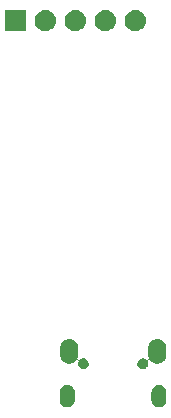
<source format=gbr>
G04 #@! TF.GenerationSoftware,KiCad,Pcbnew,(5.0.2)-1*
G04 #@! TF.CreationDate,2020-01-28T10:02:17+01:00*
G04 #@! TF.ProjectId,Lab1,4c616231-2e6b-4696-9361-645f70636258,rev?*
G04 #@! TF.SameCoordinates,Original*
G04 #@! TF.FileFunction,Soldermask,Bot*
G04 #@! TF.FilePolarity,Negative*
%FSLAX46Y46*%
G04 Gerber Fmt 4.6, Leading zero omitted, Abs format (unit mm)*
G04 Created by KiCad (PCBNEW (5.0.2)-1) date 2020-01-28 10:02:17*
%MOMM*%
%LPD*%
G01*
G04 APERTURE LIST*
%ADD10C,0.100000*%
G04 APERTURE END LIST*
D10*
G36*
X120272713Y-116858058D02*
X120272716Y-116858059D01*
X120390718Y-116893854D01*
X120499468Y-116951982D01*
X120594790Y-117030210D01*
X120594791Y-117030212D01*
X120594793Y-117030213D01*
X120673017Y-117125529D01*
X120731145Y-117234279D01*
X120766942Y-117352286D01*
X120776000Y-117444253D01*
X120776000Y-118155747D01*
X120766942Y-118247714D01*
X120731145Y-118365721D01*
X120673017Y-118474471D01*
X120594790Y-118569790D01*
X120499471Y-118648017D01*
X120499469Y-118648018D01*
X120390719Y-118706146D01*
X120294683Y-118735278D01*
X120272714Y-118741942D01*
X120150000Y-118754028D01*
X120027287Y-118741942D01*
X120005318Y-118735278D01*
X119909282Y-118706146D01*
X119800532Y-118648018D01*
X119800530Y-118648017D01*
X119705211Y-118569790D01*
X119626986Y-118474473D01*
X119626985Y-118474471D01*
X119626983Y-118474469D01*
X119568854Y-118365719D01*
X119533059Y-118247717D01*
X119533058Y-118247714D01*
X119524000Y-118155747D01*
X119524000Y-117444254D01*
X119533058Y-117352287D01*
X119568855Y-117234280D01*
X119575502Y-117221844D01*
X119626982Y-117125532D01*
X119705210Y-117030210D01*
X119705212Y-117030209D01*
X119705213Y-117030207D01*
X119800529Y-116951983D01*
X119909279Y-116893855D01*
X119909281Y-116893854D01*
X120027283Y-116858059D01*
X120027286Y-116858058D01*
X120150000Y-116845972D01*
X120272713Y-116858058D01*
X120272713Y-116858058D01*
G37*
G36*
X112522713Y-116858058D02*
X112522716Y-116858059D01*
X112640718Y-116893854D01*
X112749468Y-116951982D01*
X112844790Y-117030210D01*
X112844791Y-117030212D01*
X112844793Y-117030213D01*
X112923017Y-117125529D01*
X112981145Y-117234279D01*
X113016942Y-117352286D01*
X113026000Y-117444253D01*
X113026000Y-118155747D01*
X113016942Y-118247714D01*
X112981145Y-118365721D01*
X112923017Y-118474471D01*
X112844790Y-118569790D01*
X112749471Y-118648017D01*
X112749469Y-118648018D01*
X112640719Y-118706146D01*
X112544683Y-118735278D01*
X112522714Y-118741942D01*
X112400000Y-118754028D01*
X112277287Y-118741942D01*
X112255318Y-118735278D01*
X112159282Y-118706146D01*
X112050532Y-118648018D01*
X112050530Y-118648017D01*
X111955211Y-118569790D01*
X111876986Y-118474473D01*
X111876985Y-118474471D01*
X111876983Y-118474469D01*
X111818854Y-118365719D01*
X111783059Y-118247717D01*
X111783058Y-118247714D01*
X111774000Y-118155747D01*
X111774000Y-117444254D01*
X111783058Y-117352287D01*
X111818855Y-117234280D01*
X111825502Y-117221844D01*
X111876982Y-117125532D01*
X111955210Y-117030210D01*
X111955212Y-117030209D01*
X111955213Y-117030207D01*
X112050529Y-116951983D01*
X112159279Y-116893855D01*
X112159281Y-116893854D01*
X112277283Y-116858059D01*
X112277286Y-116858058D01*
X112400000Y-116845972D01*
X112522713Y-116858058D01*
X112522713Y-116858058D01*
G37*
G36*
X120152118Y-112960228D02*
X120152121Y-112960229D01*
X120298398Y-113004601D01*
X120298400Y-113004602D01*
X120433209Y-113076659D01*
X120551369Y-113173631D01*
X120648341Y-113291790D01*
X120720398Y-113426599D01*
X120764772Y-113572881D01*
X120776000Y-113686882D01*
X120776000Y-114313118D01*
X120764772Y-114427119D01*
X120720398Y-114573401D01*
X120648341Y-114708210D01*
X120551369Y-114826369D01*
X120433210Y-114923341D01*
X120433208Y-114923342D01*
X120298399Y-114995399D01*
X120179352Y-115031511D01*
X120152119Y-115039772D01*
X120000000Y-115054754D01*
X119847882Y-115039772D01*
X119820649Y-115031511D01*
X119701602Y-114995399D01*
X119566793Y-114923342D01*
X119566791Y-114923341D01*
X119448634Y-114826371D01*
X119448632Y-114826368D01*
X119418695Y-114789891D01*
X119401370Y-114772566D01*
X119380995Y-114758953D01*
X119358356Y-114749575D01*
X119334323Y-114744795D01*
X119309818Y-114744795D01*
X119285785Y-114749576D01*
X119263146Y-114758953D01*
X119242771Y-114772567D01*
X119225444Y-114789894D01*
X119211831Y-114810269D01*
X119202453Y-114832908D01*
X119197673Y-114856941D01*
X119197673Y-114881446D01*
X119202454Y-114905479D01*
X119219475Y-114961587D01*
X119228182Y-115050000D01*
X119219475Y-115138413D01*
X119196710Y-115213456D01*
X119193686Y-115223425D01*
X119151807Y-115301774D01*
X119095448Y-115370448D01*
X119026774Y-115426807D01*
X118948425Y-115468686D01*
X118938456Y-115471710D01*
X118863413Y-115494475D01*
X118797158Y-115501000D01*
X118752842Y-115501000D01*
X118686587Y-115494475D01*
X118611544Y-115471710D01*
X118601575Y-115468686D01*
X118523226Y-115426807D01*
X118454552Y-115370448D01*
X118398193Y-115301774D01*
X118356314Y-115223425D01*
X118353290Y-115213456D01*
X118330525Y-115138413D01*
X118321818Y-115050000D01*
X118330525Y-114961587D01*
X118354836Y-114881449D01*
X118356314Y-114876575D01*
X118398193Y-114798226D01*
X118454552Y-114729552D01*
X118523226Y-114673193D01*
X118601575Y-114631314D01*
X118611544Y-114628290D01*
X118686587Y-114605525D01*
X118752842Y-114599000D01*
X118797158Y-114599000D01*
X118863413Y-114605525D01*
X118938456Y-114628290D01*
X118948425Y-114631314D01*
X119001735Y-114659809D01*
X119026775Y-114673193D01*
X119040497Y-114684455D01*
X119086429Y-114722150D01*
X119106798Y-114735761D01*
X119129437Y-114745138D01*
X119153471Y-114749919D01*
X119177975Y-114749919D01*
X119202008Y-114745139D01*
X119224648Y-114735762D01*
X119245022Y-114722148D01*
X119262350Y-114704821D01*
X119275964Y-114684447D01*
X119285341Y-114661808D01*
X119290122Y-114637774D01*
X119290122Y-114613270D01*
X119285342Y-114589237D01*
X119281843Y-114580788D01*
X119279602Y-114573401D01*
X119279601Y-114573399D01*
X119235229Y-114427122D01*
X119235228Y-114427119D01*
X119224000Y-114313118D01*
X119224000Y-113686883D01*
X119235228Y-113572882D01*
X119279602Y-113426600D01*
X119351659Y-113291791D01*
X119448631Y-113173631D01*
X119566790Y-113076659D01*
X119701599Y-113004602D01*
X119701601Y-113004601D01*
X119847878Y-112960229D01*
X119847881Y-112960228D01*
X120000000Y-112945246D01*
X120152118Y-112960228D01*
X120152118Y-112960228D01*
G37*
G36*
X112702118Y-112960228D02*
X112702121Y-112960229D01*
X112848398Y-113004601D01*
X112848400Y-113004602D01*
X112983209Y-113076659D01*
X113101369Y-113173631D01*
X113198341Y-113291790D01*
X113270398Y-113426599D01*
X113314772Y-113572881D01*
X113326000Y-113686882D01*
X113326000Y-114313118D01*
X113314772Y-114427119D01*
X113268156Y-114580792D01*
X113264655Y-114589246D01*
X113259877Y-114613279D01*
X113259879Y-114637784D01*
X113264662Y-114661817D01*
X113274041Y-114684455D01*
X113287656Y-114704828D01*
X113304985Y-114722154D01*
X113325361Y-114735766D01*
X113348001Y-114745142D01*
X113372034Y-114749920D01*
X113396539Y-114749918D01*
X113420572Y-114745135D01*
X113443210Y-114735756D01*
X113463571Y-114722150D01*
X113509503Y-114684455D01*
X113523225Y-114673193D01*
X113548265Y-114659809D01*
X113601575Y-114631314D01*
X113611544Y-114628290D01*
X113686587Y-114605525D01*
X113752842Y-114599000D01*
X113797158Y-114599000D01*
X113863413Y-114605525D01*
X113938456Y-114628290D01*
X113948425Y-114631314D01*
X114026774Y-114673193D01*
X114095448Y-114729552D01*
X114151807Y-114798226D01*
X114193686Y-114876575D01*
X114195164Y-114881449D01*
X114219475Y-114961587D01*
X114228182Y-115050000D01*
X114219475Y-115138413D01*
X114196710Y-115213456D01*
X114193686Y-115223425D01*
X114151807Y-115301774D01*
X114095448Y-115370448D01*
X114026774Y-115426807D01*
X113948425Y-115468686D01*
X113938456Y-115471710D01*
X113863413Y-115494475D01*
X113797158Y-115501000D01*
X113752842Y-115501000D01*
X113686587Y-115494475D01*
X113611544Y-115471710D01*
X113601575Y-115468686D01*
X113523226Y-115426807D01*
X113454552Y-115370448D01*
X113398193Y-115301774D01*
X113356314Y-115223425D01*
X113353290Y-115213456D01*
X113330525Y-115138413D01*
X113321818Y-115050000D01*
X113330525Y-114961589D01*
X113342128Y-114923341D01*
X113347547Y-114905476D01*
X113352327Y-114881449D01*
X113352327Y-114856945D01*
X113347547Y-114832911D01*
X113338170Y-114810272D01*
X113324556Y-114789897D01*
X113307230Y-114772570D01*
X113286855Y-114758956D01*
X113264216Y-114749578D01*
X113240183Y-114744797D01*
X113215679Y-114744797D01*
X113191645Y-114749577D01*
X113169006Y-114758954D01*
X113148631Y-114772568D01*
X113131304Y-114789895D01*
X113114580Y-114810272D01*
X113101369Y-114826369D01*
X113075553Y-114847556D01*
X112983210Y-114923341D01*
X112983208Y-114923342D01*
X112848399Y-114995399D01*
X112729352Y-115031511D01*
X112702119Y-115039772D01*
X112550000Y-115054754D01*
X112397882Y-115039772D01*
X112370649Y-115031511D01*
X112251602Y-114995399D01*
X112116793Y-114923342D01*
X112116791Y-114923341D01*
X111998632Y-114826369D01*
X111901660Y-114708210D01*
X111829602Y-114573401D01*
X111785228Y-114427119D01*
X111774000Y-114313118D01*
X111774000Y-113686883D01*
X111785228Y-113572882D01*
X111829602Y-113426600D01*
X111901659Y-113291791D01*
X111998631Y-113173631D01*
X112116790Y-113076659D01*
X112251599Y-113004602D01*
X112251601Y-113004601D01*
X112397878Y-112960229D01*
X112397881Y-112960228D01*
X112550000Y-112945246D01*
X112702118Y-112960228D01*
X112702118Y-112960228D01*
G37*
G36*
X110650443Y-85105519D02*
X110716627Y-85112037D01*
X110829853Y-85146384D01*
X110886467Y-85163557D01*
X111025087Y-85237652D01*
X111042991Y-85247222D01*
X111078729Y-85276552D01*
X111180186Y-85359814D01*
X111263448Y-85461271D01*
X111292778Y-85497009D01*
X111292779Y-85497011D01*
X111376443Y-85653533D01*
X111376443Y-85653534D01*
X111427963Y-85823373D01*
X111445359Y-86000000D01*
X111427963Y-86176627D01*
X111393616Y-86289853D01*
X111376443Y-86346467D01*
X111302348Y-86485087D01*
X111292778Y-86502991D01*
X111263448Y-86538729D01*
X111180186Y-86640186D01*
X111078729Y-86723448D01*
X111042991Y-86752778D01*
X111042989Y-86752779D01*
X110886467Y-86836443D01*
X110829853Y-86853616D01*
X110716627Y-86887963D01*
X110650442Y-86894482D01*
X110584260Y-86901000D01*
X110495740Y-86901000D01*
X110429558Y-86894482D01*
X110363373Y-86887963D01*
X110250147Y-86853616D01*
X110193533Y-86836443D01*
X110037011Y-86752779D01*
X110037009Y-86752778D01*
X110001271Y-86723448D01*
X109899814Y-86640186D01*
X109816552Y-86538729D01*
X109787222Y-86502991D01*
X109777652Y-86485087D01*
X109703557Y-86346467D01*
X109686384Y-86289853D01*
X109652037Y-86176627D01*
X109634641Y-86000000D01*
X109652037Y-85823373D01*
X109703557Y-85653534D01*
X109703557Y-85653533D01*
X109787221Y-85497011D01*
X109787222Y-85497009D01*
X109816552Y-85461271D01*
X109899814Y-85359814D01*
X110001271Y-85276552D01*
X110037009Y-85247222D01*
X110054913Y-85237652D01*
X110193533Y-85163557D01*
X110250147Y-85146384D01*
X110363373Y-85112037D01*
X110429557Y-85105519D01*
X110495740Y-85099000D01*
X110584260Y-85099000D01*
X110650443Y-85105519D01*
X110650443Y-85105519D01*
G37*
G36*
X113190443Y-85105519D02*
X113256627Y-85112037D01*
X113369853Y-85146384D01*
X113426467Y-85163557D01*
X113565087Y-85237652D01*
X113582991Y-85247222D01*
X113618729Y-85276552D01*
X113720186Y-85359814D01*
X113803448Y-85461271D01*
X113832778Y-85497009D01*
X113832779Y-85497011D01*
X113916443Y-85653533D01*
X113916443Y-85653534D01*
X113967963Y-85823373D01*
X113985359Y-86000000D01*
X113967963Y-86176627D01*
X113933616Y-86289853D01*
X113916443Y-86346467D01*
X113842348Y-86485087D01*
X113832778Y-86502991D01*
X113803448Y-86538729D01*
X113720186Y-86640186D01*
X113618729Y-86723448D01*
X113582991Y-86752778D01*
X113582989Y-86752779D01*
X113426467Y-86836443D01*
X113369853Y-86853616D01*
X113256627Y-86887963D01*
X113190442Y-86894482D01*
X113124260Y-86901000D01*
X113035740Y-86901000D01*
X112969558Y-86894482D01*
X112903373Y-86887963D01*
X112790147Y-86853616D01*
X112733533Y-86836443D01*
X112577011Y-86752779D01*
X112577009Y-86752778D01*
X112541271Y-86723448D01*
X112439814Y-86640186D01*
X112356552Y-86538729D01*
X112327222Y-86502991D01*
X112317652Y-86485087D01*
X112243557Y-86346467D01*
X112226384Y-86289853D01*
X112192037Y-86176627D01*
X112174641Y-86000000D01*
X112192037Y-85823373D01*
X112243557Y-85653534D01*
X112243557Y-85653533D01*
X112327221Y-85497011D01*
X112327222Y-85497009D01*
X112356552Y-85461271D01*
X112439814Y-85359814D01*
X112541271Y-85276552D01*
X112577009Y-85247222D01*
X112594913Y-85237652D01*
X112733533Y-85163557D01*
X112790147Y-85146384D01*
X112903373Y-85112037D01*
X112969557Y-85105519D01*
X113035740Y-85099000D01*
X113124260Y-85099000D01*
X113190443Y-85105519D01*
X113190443Y-85105519D01*
G37*
G36*
X115730443Y-85105519D02*
X115796627Y-85112037D01*
X115909853Y-85146384D01*
X115966467Y-85163557D01*
X116105087Y-85237652D01*
X116122991Y-85247222D01*
X116158729Y-85276552D01*
X116260186Y-85359814D01*
X116343448Y-85461271D01*
X116372778Y-85497009D01*
X116372779Y-85497011D01*
X116456443Y-85653533D01*
X116456443Y-85653534D01*
X116507963Y-85823373D01*
X116525359Y-86000000D01*
X116507963Y-86176627D01*
X116473616Y-86289853D01*
X116456443Y-86346467D01*
X116382348Y-86485087D01*
X116372778Y-86502991D01*
X116343448Y-86538729D01*
X116260186Y-86640186D01*
X116158729Y-86723448D01*
X116122991Y-86752778D01*
X116122989Y-86752779D01*
X115966467Y-86836443D01*
X115909853Y-86853616D01*
X115796627Y-86887963D01*
X115730442Y-86894482D01*
X115664260Y-86901000D01*
X115575740Y-86901000D01*
X115509558Y-86894482D01*
X115443373Y-86887963D01*
X115330147Y-86853616D01*
X115273533Y-86836443D01*
X115117011Y-86752779D01*
X115117009Y-86752778D01*
X115081271Y-86723448D01*
X114979814Y-86640186D01*
X114896552Y-86538729D01*
X114867222Y-86502991D01*
X114857652Y-86485087D01*
X114783557Y-86346467D01*
X114766384Y-86289853D01*
X114732037Y-86176627D01*
X114714641Y-86000000D01*
X114732037Y-85823373D01*
X114783557Y-85653534D01*
X114783557Y-85653533D01*
X114867221Y-85497011D01*
X114867222Y-85497009D01*
X114896552Y-85461271D01*
X114979814Y-85359814D01*
X115081271Y-85276552D01*
X115117009Y-85247222D01*
X115134913Y-85237652D01*
X115273533Y-85163557D01*
X115330147Y-85146384D01*
X115443373Y-85112037D01*
X115509557Y-85105519D01*
X115575740Y-85099000D01*
X115664260Y-85099000D01*
X115730443Y-85105519D01*
X115730443Y-85105519D01*
G37*
G36*
X118270443Y-85105519D02*
X118336627Y-85112037D01*
X118449853Y-85146384D01*
X118506467Y-85163557D01*
X118645087Y-85237652D01*
X118662991Y-85247222D01*
X118698729Y-85276552D01*
X118800186Y-85359814D01*
X118883448Y-85461271D01*
X118912778Y-85497009D01*
X118912779Y-85497011D01*
X118996443Y-85653533D01*
X118996443Y-85653534D01*
X119047963Y-85823373D01*
X119065359Y-86000000D01*
X119047963Y-86176627D01*
X119013616Y-86289853D01*
X118996443Y-86346467D01*
X118922348Y-86485087D01*
X118912778Y-86502991D01*
X118883448Y-86538729D01*
X118800186Y-86640186D01*
X118698729Y-86723448D01*
X118662991Y-86752778D01*
X118662989Y-86752779D01*
X118506467Y-86836443D01*
X118449853Y-86853616D01*
X118336627Y-86887963D01*
X118270442Y-86894482D01*
X118204260Y-86901000D01*
X118115740Y-86901000D01*
X118049558Y-86894482D01*
X117983373Y-86887963D01*
X117870147Y-86853616D01*
X117813533Y-86836443D01*
X117657011Y-86752779D01*
X117657009Y-86752778D01*
X117621271Y-86723448D01*
X117519814Y-86640186D01*
X117436552Y-86538729D01*
X117407222Y-86502991D01*
X117397652Y-86485087D01*
X117323557Y-86346467D01*
X117306384Y-86289853D01*
X117272037Y-86176627D01*
X117254641Y-86000000D01*
X117272037Y-85823373D01*
X117323557Y-85653534D01*
X117323557Y-85653533D01*
X117407221Y-85497011D01*
X117407222Y-85497009D01*
X117436552Y-85461271D01*
X117519814Y-85359814D01*
X117621271Y-85276552D01*
X117657009Y-85247222D01*
X117674913Y-85237652D01*
X117813533Y-85163557D01*
X117870147Y-85146384D01*
X117983373Y-85112037D01*
X118049557Y-85105519D01*
X118115740Y-85099000D01*
X118204260Y-85099000D01*
X118270443Y-85105519D01*
X118270443Y-85105519D01*
G37*
G36*
X108901000Y-86901000D02*
X107099000Y-86901000D01*
X107099000Y-85099000D01*
X108901000Y-85099000D01*
X108901000Y-86901000D01*
X108901000Y-86901000D01*
G37*
M02*

</source>
